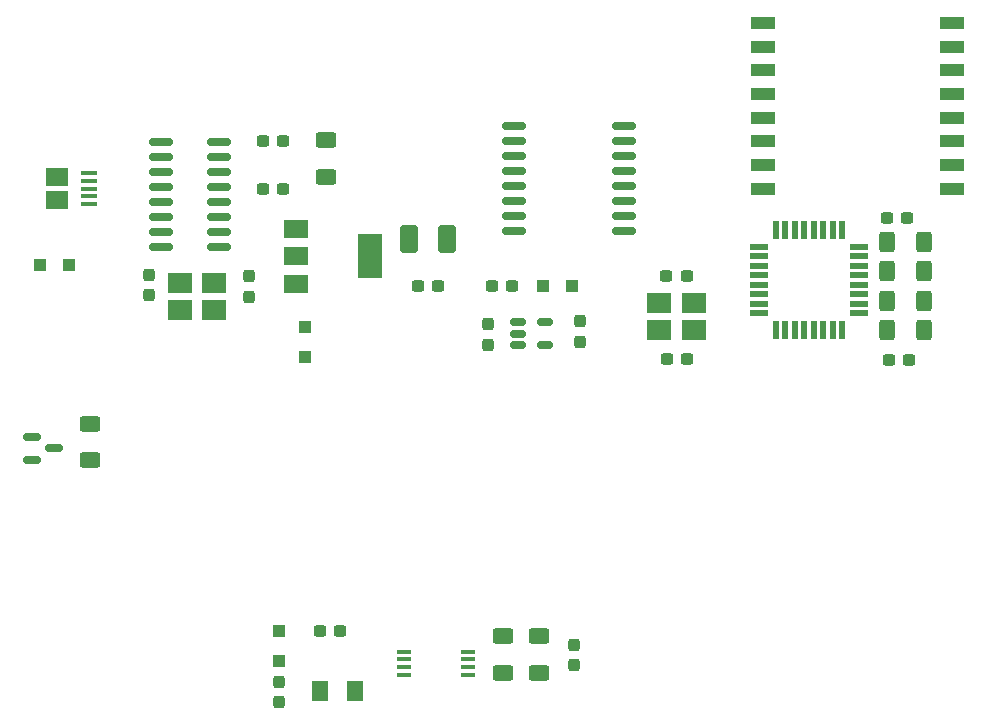
<source format=gbr>
%TF.GenerationSoftware,KiCad,Pcbnew,(6.0.5)*%
%TF.CreationDate,2022-08-16T14:45:35+02:00*%
%TF.ProjectId,ATMega328-LoRa-Sol-ADIO,41544d65-6761-4333-9238-2d4c6f52612d,rev?*%
%TF.SameCoordinates,Original*%
%TF.FileFunction,Paste,Top*%
%TF.FilePolarity,Positive*%
%FSLAX46Y46*%
G04 Gerber Fmt 4.6, Leading zero omitted, Abs format (unit mm)*
G04 Created by KiCad (PCBNEW (6.0.5)) date 2022-08-16 14:45:35*
%MOMM*%
%LPD*%
G01*
G04 APERTURE LIST*
G04 Aperture macros list*
%AMRoundRect*
0 Rectangle with rounded corners*
0 $1 Rounding radius*
0 $2 $3 $4 $5 $6 $7 $8 $9 X,Y pos of 4 corners*
0 Add a 4 corners polygon primitive as box body*
4,1,4,$2,$3,$4,$5,$6,$7,$8,$9,$2,$3,0*
0 Add four circle primitives for the rounded corners*
1,1,$1+$1,$2,$3*
1,1,$1+$1,$4,$5*
1,1,$1+$1,$6,$7*
1,1,$1+$1,$8,$9*
0 Add four rect primitives between the rounded corners*
20,1,$1+$1,$2,$3,$4,$5,0*
20,1,$1+$1,$4,$5,$6,$7,0*
20,1,$1+$1,$6,$7,$8,$9,0*
20,1,$1+$1,$8,$9,$2,$3,0*%
G04 Aperture macros list end*
%ADD10RoundRect,0.150000X-0.825000X-0.150000X0.825000X-0.150000X0.825000X0.150000X-0.825000X0.150000X0*%
%ADD11RoundRect,0.250000X0.625000X-0.400000X0.625000X0.400000X-0.625000X0.400000X-0.625000X-0.400000X0*%
%ADD12R,1.000000X1.000000*%
%ADD13RoundRect,0.237500X0.300000X0.237500X-0.300000X0.237500X-0.300000X-0.237500X0.300000X-0.237500X0*%
%ADD14R,2.000000X1.500000*%
%ADD15R,2.000000X3.800000*%
%ADD16RoundRect,0.237500X0.237500X-0.300000X0.237500X0.300000X-0.237500X0.300000X-0.237500X-0.300000X0*%
%ADD17R,1.350000X0.400000*%
%ADD18R,1.900000X1.500000*%
%ADD19RoundRect,0.150000X-0.587500X-0.150000X0.587500X-0.150000X0.587500X0.150000X-0.587500X0.150000X0*%
%ADD20RoundRect,0.150000X-0.875000X-0.150000X0.875000X-0.150000X0.875000X0.150000X-0.875000X0.150000X0*%
%ADD21RoundRect,0.237500X-0.237500X0.300000X-0.237500X-0.300000X0.237500X-0.300000X0.237500X0.300000X0*%
%ADD22RoundRect,0.150000X-0.512500X-0.150000X0.512500X-0.150000X0.512500X0.150000X-0.512500X0.150000X0*%
%ADD23R,1.600000X0.550000*%
%ADD24R,0.550000X1.600000*%
%ADD25RoundRect,0.250001X-0.499999X-0.924999X0.499999X-0.924999X0.499999X0.924999X-0.499999X0.924999X0*%
%ADD26RoundRect,0.250000X-0.400000X-0.625000X0.400000X-0.625000X0.400000X0.625000X-0.400000X0.625000X0*%
%ADD27RoundRect,0.250000X-0.625000X0.400000X-0.625000X-0.400000X0.625000X-0.400000X0.625000X0.400000X0*%
%ADD28RoundRect,0.250000X0.400000X0.625000X-0.400000X0.625000X-0.400000X-0.625000X0.400000X-0.625000X0*%
%ADD29RoundRect,0.237500X-0.300000X-0.237500X0.300000X-0.237500X0.300000X0.237500X-0.300000X0.237500X0*%
%ADD30R,1.200000X0.400000*%
%ADD31R,2.100000X1.800000*%
%ADD32R,2.000000X1.000000*%
%ADD33RoundRect,0.250001X-0.462499X-0.624999X0.462499X-0.624999X0.462499X0.624999X-0.462499X0.624999X0*%
G04 APERTURE END LIST*
D10*
%TO.C,U2*%
X126525000Y-38555000D03*
X126525000Y-39825000D03*
X126525000Y-41095000D03*
X126525000Y-42365000D03*
X126525000Y-43635000D03*
X126525000Y-44905000D03*
X126525000Y-46175000D03*
X126525000Y-47445000D03*
X131475000Y-47445000D03*
X131475000Y-46175000D03*
X131475000Y-44905000D03*
X131475000Y-43635000D03*
X131475000Y-42365000D03*
X131475000Y-41095000D03*
X131475000Y-39825000D03*
X131475000Y-38555000D03*
%TD*%
D11*
%TO.C,R8*%
X158500000Y-83500000D03*
X158500000Y-80400000D03*
%TD*%
D12*
%TO.C,D4*%
X138750000Y-54250000D03*
X138750000Y-56750000D03*
%TD*%
D13*
%TO.C,C6*%
X156250000Y-50725000D03*
X154525000Y-50725000D03*
%TD*%
D14*
%TO.C,U1*%
X137950000Y-45950000D03*
X137950000Y-48250000D03*
D15*
X144250000Y-48250000D03*
D14*
X137950000Y-50550000D03*
%TD*%
D16*
%TO.C,C8*%
X154250000Y-55725000D03*
X154250000Y-54000000D03*
%TD*%
D17*
%TO.C,J1*%
X120462500Y-41200000D03*
X120462500Y-41850000D03*
X120462500Y-42500000D03*
X120462500Y-43150000D03*
X120462500Y-43800000D03*
D18*
X117762500Y-41500000D03*
X117762500Y-43500000D03*
%TD*%
D19*
%TO.C,Q1*%
X115625000Y-63550000D03*
X115625000Y-65450000D03*
X117500000Y-64500000D03*
%TD*%
D20*
%TO.C,U7*%
X156450000Y-37190000D03*
X156450000Y-38460000D03*
X156450000Y-39730000D03*
X156450000Y-41000000D03*
X156450000Y-42270000D03*
X156450000Y-43540000D03*
X156450000Y-44810000D03*
X156450000Y-46080000D03*
X165750000Y-46080000D03*
X165750000Y-44810000D03*
X165750000Y-43540000D03*
X165750000Y-42270000D03*
X165750000Y-41000000D03*
X165750000Y-39730000D03*
X165750000Y-38460000D03*
X165750000Y-37190000D03*
%TD*%
D21*
%TO.C,C9*%
X162000000Y-53750000D03*
X162000000Y-55475000D03*
%TD*%
D22*
%TO.C,U3*%
X156750000Y-53825000D03*
X156750000Y-54775000D03*
X156750000Y-55725000D03*
X159025000Y-55725000D03*
X159025000Y-53825000D03*
%TD*%
D23*
%TO.C,U6*%
X177150000Y-47450000D03*
X177150000Y-48250000D03*
X177150000Y-49050000D03*
X177150000Y-49850000D03*
X177150000Y-50650000D03*
X177150000Y-51450000D03*
X177150000Y-52250000D03*
X177150000Y-53050000D03*
D24*
X178600000Y-54500000D03*
X179400000Y-54500000D03*
X180200000Y-54500000D03*
X181000000Y-54500000D03*
X181800000Y-54500000D03*
X182600000Y-54500000D03*
X183400000Y-54500000D03*
X184200000Y-54500000D03*
D23*
X185650000Y-53050000D03*
X185650000Y-52250000D03*
X185650000Y-51450000D03*
X185650000Y-50650000D03*
X185650000Y-49850000D03*
X185650000Y-49050000D03*
X185650000Y-48250000D03*
X185650000Y-47450000D03*
D24*
X184200000Y-46000000D03*
X183400000Y-46000000D03*
X182600000Y-46000000D03*
X181800000Y-46000000D03*
X181000000Y-46000000D03*
X180200000Y-46000000D03*
X179400000Y-46000000D03*
X178600000Y-46000000D03*
%TD*%
D11*
%TO.C,R2*%
X140500000Y-41500000D03*
X140500000Y-38400000D03*
%TD*%
D25*
%TO.C,C5*%
X147500000Y-46750000D03*
X150750000Y-46750000D03*
%TD*%
D13*
%TO.C,C15*%
X171042500Y-49930000D03*
X169317500Y-49930000D03*
%TD*%
D21*
%TO.C,C3*%
X134000000Y-49925000D03*
X134000000Y-51650000D03*
%TD*%
D26*
%TO.C,R4*%
X188000000Y-49500000D03*
X191100000Y-49500000D03*
%TD*%
D27*
%TO.C,R7*%
X155500000Y-80400000D03*
X155500000Y-83500000D03*
%TD*%
D11*
%TO.C,R1*%
X120500000Y-65500000D03*
X120500000Y-62400000D03*
%TD*%
D28*
%TO.C,R3*%
X191100000Y-47000000D03*
X188000000Y-47000000D03*
%TD*%
D29*
%TO.C,C1*%
X148250000Y-50750000D03*
X149975000Y-50750000D03*
%TD*%
D16*
%TO.C,C11*%
X161500000Y-82862500D03*
X161500000Y-81137500D03*
%TD*%
D12*
%TO.C,D3*%
X136500000Y-82500000D03*
X136500000Y-80000000D03*
%TD*%
D30*
%TO.C,U5*%
X147100000Y-81700000D03*
X147100000Y-82350000D03*
X147100000Y-83000000D03*
X147100000Y-83650000D03*
X152500000Y-83650000D03*
X152500000Y-83000000D03*
X152500000Y-82350000D03*
X152500000Y-81700000D03*
%TD*%
D31*
%TO.C,Y2*%
X171630000Y-52190000D03*
X168730000Y-52190000D03*
X168730000Y-54490000D03*
X171630000Y-54490000D03*
%TD*%
D29*
%TO.C,C13*%
X188137500Y-57000000D03*
X189862500Y-57000000D03*
%TD*%
%TO.C,C7*%
X135137500Y-38500000D03*
X136862500Y-38500000D03*
%TD*%
D32*
%TO.C,U4*%
X177500000Y-28500000D03*
X177500000Y-30500000D03*
X177500000Y-32500000D03*
X177500000Y-34500000D03*
X177500000Y-36500000D03*
X177500000Y-38500000D03*
X177500000Y-40500000D03*
X177500000Y-42500000D03*
X193500000Y-42500000D03*
X193500000Y-40500000D03*
X193500000Y-38500000D03*
X193500000Y-36500000D03*
X193500000Y-34500000D03*
X193500000Y-32500000D03*
X193500000Y-30500000D03*
X193500000Y-28500000D03*
%TD*%
D31*
%TO.C,Y1*%
X128111300Y-52800000D03*
X131011300Y-52800000D03*
X131011300Y-50500000D03*
X128111300Y-50500000D03*
%TD*%
D13*
%TO.C,C14*%
X141725000Y-80000000D03*
X140000000Y-80000000D03*
%TD*%
D12*
%TO.C,D2*%
X158862500Y-50775000D03*
X161362500Y-50775000D03*
%TD*%
D29*
%TO.C,C4*%
X135137500Y-42500000D03*
X136862500Y-42500000D03*
%TD*%
D21*
%TO.C,C10*%
X136500000Y-84275000D03*
X136500000Y-86000000D03*
%TD*%
D29*
%TO.C,C12*%
X188000000Y-45000000D03*
X189725000Y-45000000D03*
%TD*%
D33*
%TO.C,L1*%
X140000000Y-85000000D03*
X142975000Y-85000000D03*
%TD*%
D16*
%TO.C,C2*%
X125500000Y-51500000D03*
X125500000Y-49775000D03*
%TD*%
D12*
%TO.C,D1*%
X118750000Y-49000000D03*
X116250000Y-49000000D03*
%TD*%
D26*
%TO.C,R6*%
X188000000Y-54500000D03*
X191100000Y-54500000D03*
%TD*%
D28*
%TO.C,R5*%
X191100000Y-52000000D03*
X188000000Y-52000000D03*
%TD*%
D29*
%TO.C,C16*%
X169360000Y-56930000D03*
X171085000Y-56930000D03*
%TD*%
M02*

</source>
